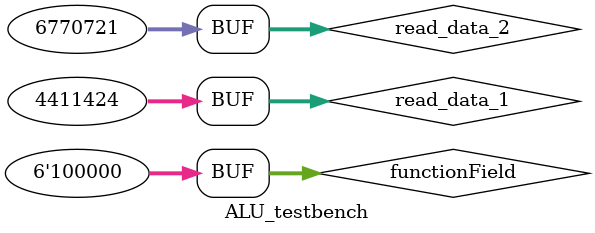
<source format=v>
`define DELAY 10
module ALU_testbench();
	reg [5:0] functionField;
	reg [31:0] read_data_1;
	reg [31:0] read_data_2;

	wire [31:0] aluResult;
	
	ALU testForALU(read_data_1, read_data_2, functionField, aluResult);
initial begin
	read_data_1 = 32'b00000000010000110101000000100000;
	read_data_2 = 32'b00000000011001110101000000100001;
	functionField = 100000;
	#`DELAY;
	$monitor("read_data_1= %32b read_data_2=%32b, functionField = %6b, result",read_data_1, read_data_2, functionField, aluResult);
end

endmodule
</source>
